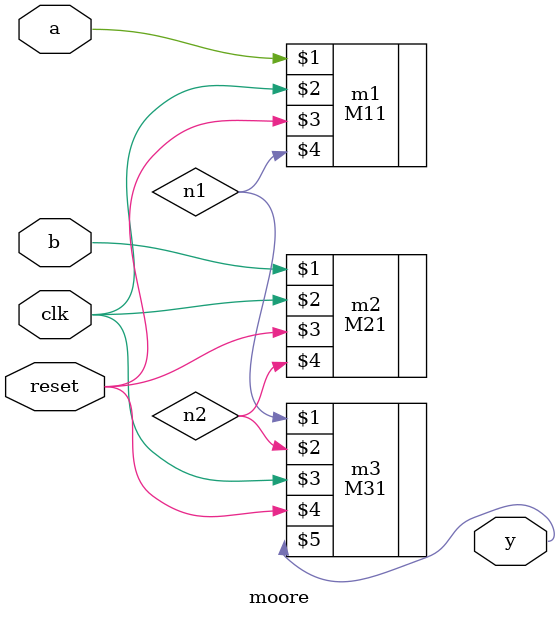
<source format=sv>
module moore(
    input logic clk,
    input logic reset,
    input logic a,
    input logic b,
    output logic y
 ); 
 wire n1;
 wire n2;
    M11 m1(a,clk,reset,n1);
    M21 m2(b,clk,reset,n2);
    M31 m3(n1,n2,clk,reset,y);
endmodule
</source>
